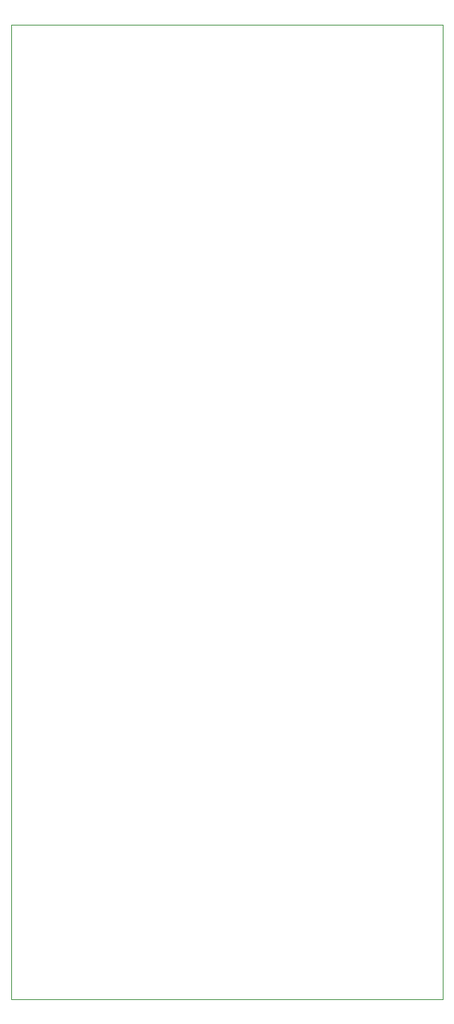
<source format=gbr>
%TF.GenerationSoftware,KiCad,Pcbnew,8.0.0*%
%TF.CreationDate,2024-05-14T21:41:44+02:00*%
%TF.ProjectId,VCO-3340,56434f2d-3333-4343-902e-6b696361645f,rev?*%
%TF.SameCoordinates,Original*%
%TF.FileFunction,Profile,NP*%
%FSLAX46Y46*%
G04 Gerber Fmt 4.6, Leading zero omitted, Abs format (unit mm)*
G04 Created by KiCad (PCBNEW 8.0.0) date 2024-05-14 21:41:44*
%MOMM*%
%LPD*%
G01*
G04 APERTURE LIST*
%TA.AperFunction,Profile*%
%ADD10C,0.100000*%
%TD*%
G04 APERTURE END LIST*
D10*
X21040600Y-34218200D02*
X69840600Y-34218200D01*
X69840600Y-144218200D01*
X21040600Y-144218200D01*
X21040600Y-34218200D01*
M02*

</source>
